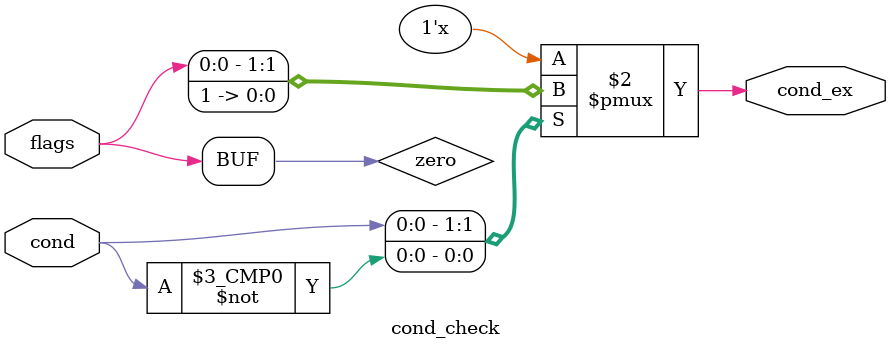
<source format=sv>
module cond_check(input logic cond, input logic flags, output logic cond_ex);

	logic zero;
	
	assign zero = flags;
	
	always_comb
		case(cond)
			1'b1: cond_ex = zero;
			1'b0: cond_ex = 1'b1; // always
		default: cond_ex = 1'bx; // undefined
		endcase
endmodule 
</source>
